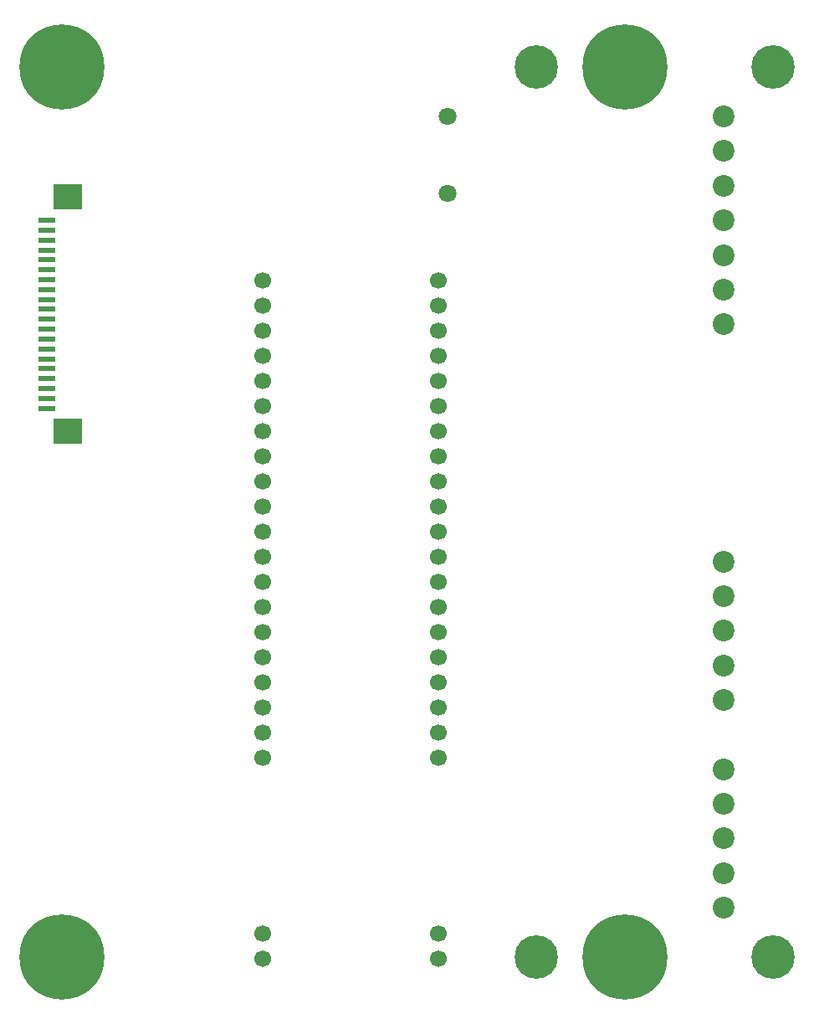
<source format=gbr>
%TF.GenerationSoftware,KiCad,Pcbnew,9.0.6*%
%TF.CreationDate,2025-12-01T18:44:20+03:00*%
%TF.ProjectId,PMCPU-LLP,504d4350-552d-44c4-9c50-2e6b69636164,rev?*%
%TF.SameCoordinates,Original*%
%TF.FileFunction,Soldermask,Bot*%
%TF.FilePolarity,Negative*%
%FSLAX46Y46*%
G04 Gerber Fmt 4.6, Leading zero omitted, Abs format (unit mm)*
G04 Created by KiCad (PCBNEW 9.0.6) date 2025-12-01 18:44:20*
%MOMM*%
%LPD*%
G01*
G04 APERTURE LIST*
%ADD10C,0.900000*%
%ADD11C,8.600000*%
%ADD12C,2.200000*%
%ADD13C,1.800000*%
%ADD14C,1.700000*%
%ADD15C,0.700000*%
%ADD16C,4.400000*%
%ADD17R,1.800000X0.600000*%
%ADD18R,3.000000X2.600000*%
G04 APERTURE END LIST*
D10*
%TO.C,H2*%
X-38225000Y45000000D03*
X-37280419Y47280419D03*
X-37280419Y42719581D03*
X-35000000Y48225000D03*
D11*
X-35000000Y45000000D03*
D10*
X-35000000Y41775000D03*
X-32719581Y47280419D03*
X-32719581Y42719581D03*
X-31775000Y45000000D03*
%TD*%
D12*
%TO.C,J9*%
X32000000Y-40000000D03*
X32000000Y-36500000D03*
X32000000Y-33000000D03*
X32000000Y-29500000D03*
X32000000Y-26000000D03*
%TD*%
D13*
%TO.C,J6*%
X4000000Y32250000D03*
X4000000Y40000000D03*
%TD*%
D14*
%TO.C,U2*%
X-14682500Y23387500D03*
X-14682500Y20847500D03*
X-14682500Y18307500D03*
X-14682500Y15767500D03*
X-14682500Y13227500D03*
X-14682500Y10687500D03*
X-14682500Y8147500D03*
X-14682500Y5607500D03*
X-14682500Y3067500D03*
X-14682500Y527500D03*
X-14682500Y-2012500D03*
X-14682500Y-4552500D03*
X-14682500Y-7092500D03*
X-14682500Y-9632500D03*
X-14682500Y-12172500D03*
X-14682500Y-14712500D03*
X-14682500Y-17252500D03*
X-14682500Y-19792500D03*
X-14682500Y-22332500D03*
X-14682500Y-24872500D03*
X3097500Y-24872500D03*
X3097500Y-22332500D03*
X3097500Y-19792500D03*
X3097500Y-17252500D03*
X3097500Y-14712500D03*
X3097500Y-12172500D03*
X3097500Y-9632500D03*
X3097500Y-7092500D03*
X3097500Y-4552500D03*
X3097500Y-2012500D03*
X3097500Y527500D03*
X3097500Y3067500D03*
X3097500Y5607500D03*
X3097500Y8147500D03*
X3097500Y10687500D03*
X3097500Y13227500D03*
X3097500Y15767500D03*
X3097500Y18307500D03*
X3097500Y20847500D03*
X3097500Y23387500D03*
X-14682500Y-42652500D03*
X3097500Y-42652500D03*
X-14682500Y-45192500D03*
X3097500Y-45192500D03*
%TD*%
D15*
%TO.C,SP1*%
X11350000Y45000000D03*
X11350000Y-45000000D03*
X11833274Y46166726D03*
X11833274Y43833274D03*
X11833274Y-43833274D03*
X11833274Y-46166726D03*
X13000000Y46650000D03*
D16*
X13000000Y45000000D03*
D15*
X13000000Y43350000D03*
X13000000Y-43350000D03*
D16*
X13000000Y-45000000D03*
D15*
X13000000Y-46650000D03*
X14166726Y46166726D03*
X14166726Y43833274D03*
X14166726Y-43833274D03*
X14166726Y-46166726D03*
X14650000Y45000000D03*
X14650000Y-45000000D03*
X35350000Y45000000D03*
X35350000Y-45000000D03*
X35833274Y46166726D03*
X35833274Y43833274D03*
X35833274Y-43833274D03*
X35833274Y-46166726D03*
X37000000Y46650000D03*
D16*
X37000000Y45000000D03*
D15*
X37000000Y43350000D03*
X37000000Y-43350000D03*
D16*
X37000000Y-45000000D03*
D15*
X37000000Y-46650000D03*
X38166726Y46166726D03*
X38166726Y43833274D03*
X38166726Y-43833274D03*
X38166726Y-46166726D03*
X38650000Y45000000D03*
X38650000Y-45000000D03*
%TD*%
D10*
%TO.C,H4*%
X18775000Y-45000000D03*
X19719581Y-42719581D03*
X19719581Y-47280419D03*
X22000000Y-41775000D03*
D11*
X22000000Y-45000000D03*
D10*
X22000000Y-48225000D03*
X24280419Y-42719581D03*
X24280419Y-47280419D03*
X25225000Y-45000000D03*
%TD*%
D12*
%TO.C,J7*%
X32000000Y-19000000D03*
X32000000Y-15500000D03*
X32000000Y-12000000D03*
X32000000Y-8500000D03*
X32000000Y-5000000D03*
%TD*%
D10*
%TO.C,H3*%
X-38225000Y-45000000D03*
X-37280419Y-42719581D03*
X-37280419Y-47280419D03*
X-35000000Y-41775000D03*
D11*
X-35000000Y-45000000D03*
D10*
X-35000000Y-48225000D03*
X-32719581Y-42719581D03*
X-32719581Y-47280419D03*
X-31775000Y-45000000D03*
%TD*%
D12*
%TO.C,J5*%
X32000000Y19000000D03*
X32000000Y22500000D03*
X32000000Y26000000D03*
X32000000Y29500000D03*
X32000000Y33000000D03*
X32000000Y36500000D03*
X32000000Y40000000D03*
%TD*%
D10*
%TO.C,H1*%
X18775000Y45000000D03*
X19719581Y47280419D03*
X19719581Y42719581D03*
X22000000Y48225000D03*
D11*
X22000000Y45000000D03*
D10*
X22000000Y41775000D03*
X24280419Y47280419D03*
X24280419Y42719581D03*
X25225000Y45000000D03*
%TD*%
D17*
%TO.C,JM1*%
X-36546000Y29500000D03*
X-36546000Y28500000D03*
X-36546000Y27500000D03*
X-36546000Y26500000D03*
X-36546000Y25500000D03*
X-36546000Y24500000D03*
X-36546000Y23500000D03*
X-36546000Y22500000D03*
X-36546000Y21500000D03*
X-36546000Y20500000D03*
X-36546000Y19500000D03*
X-36546000Y18500000D03*
X-36546000Y17500000D03*
X-36546000Y16500000D03*
X-36546000Y15500000D03*
X-36546000Y14500000D03*
X-36546000Y13500000D03*
X-36546000Y12500000D03*
X-36546000Y11500000D03*
X-36546000Y10500000D03*
D18*
X-34375000Y31850000D03*
X-34375000Y8150000D03*
%TD*%
M02*

</source>
